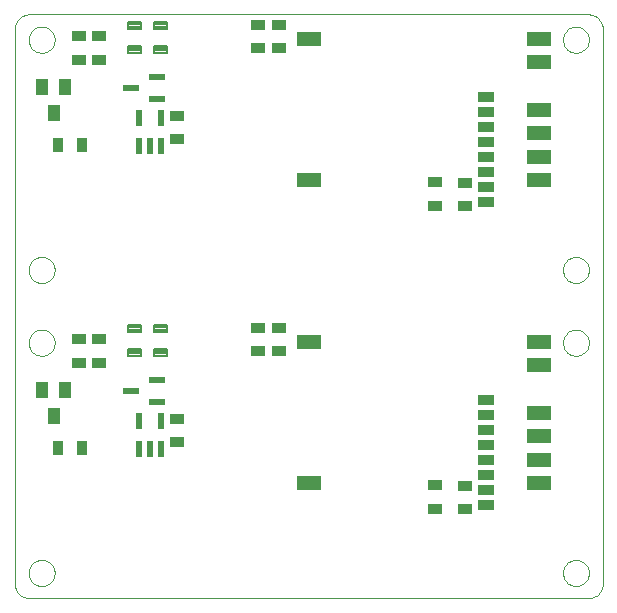
<source format=gbp>
G75*
%MOIN*%
%OFA0B0*%
%FSLAX24Y24*%
%IPPOS*%
%LPD*%
%AMOC8*
5,1,8,0,0,1.08239X$1,22.5*
%
%ADD10C,0.0000*%
%ADD11R,0.0512X0.0355*%
%ADD12R,0.0787X0.0500*%
%ADD13R,0.0220X0.0520*%
%ADD14R,0.0520X0.0220*%
%ADD15R,0.0551X0.0354*%
%ADD16R,0.0394X0.0551*%
%ADD17R,0.0355X0.0512*%
%ADD18C,0.0079*%
D10*
X005610Y001350D02*
X005610Y019820D01*
X005612Y019864D01*
X005618Y019907D01*
X005627Y019949D01*
X005640Y019991D01*
X005657Y020031D01*
X005677Y020070D01*
X005700Y020107D01*
X005727Y020141D01*
X005756Y020174D01*
X005789Y020203D01*
X005823Y020230D01*
X005860Y020253D01*
X005899Y020273D01*
X005939Y020290D01*
X005981Y020303D01*
X006023Y020312D01*
X006066Y020318D01*
X006110Y020320D01*
X024716Y020320D01*
X024760Y020318D01*
X024803Y020312D01*
X024845Y020303D01*
X024887Y020290D01*
X024927Y020273D01*
X024966Y020253D01*
X025003Y020230D01*
X025037Y020203D01*
X025070Y020174D01*
X025099Y020141D01*
X025126Y020107D01*
X025149Y020070D01*
X025169Y020031D01*
X025186Y019991D01*
X025199Y019949D01*
X025208Y019907D01*
X025214Y019864D01*
X025216Y019820D01*
X025216Y001350D01*
X025214Y001306D01*
X025208Y001263D01*
X025199Y001221D01*
X025186Y001179D01*
X025169Y001139D01*
X025149Y001100D01*
X025126Y001063D01*
X025099Y001029D01*
X025070Y000996D01*
X025037Y000967D01*
X025003Y000940D01*
X024966Y000917D01*
X024927Y000897D01*
X024887Y000880D01*
X024845Y000867D01*
X024803Y000858D01*
X024760Y000852D01*
X024716Y000850D01*
X006110Y000850D01*
X006066Y000852D01*
X006023Y000858D01*
X005981Y000867D01*
X005939Y000880D01*
X005899Y000897D01*
X005860Y000917D01*
X005823Y000940D01*
X005789Y000967D01*
X005756Y000996D01*
X005727Y001029D01*
X005700Y001063D01*
X005677Y001100D01*
X005657Y001139D01*
X005640Y001179D01*
X005627Y001221D01*
X005618Y001263D01*
X005612Y001306D01*
X005610Y001350D01*
X006075Y001698D02*
X006077Y001739D01*
X006083Y001780D01*
X006093Y001820D01*
X006106Y001859D01*
X006123Y001896D01*
X006144Y001932D01*
X006168Y001966D01*
X006195Y001997D01*
X006224Y002025D01*
X006257Y002051D01*
X006291Y002073D01*
X006328Y002092D01*
X006366Y002107D01*
X006406Y002119D01*
X006446Y002127D01*
X006487Y002131D01*
X006529Y002131D01*
X006570Y002127D01*
X006610Y002119D01*
X006650Y002107D01*
X006688Y002092D01*
X006724Y002073D01*
X006759Y002051D01*
X006792Y002025D01*
X006821Y001997D01*
X006848Y001966D01*
X006872Y001932D01*
X006893Y001896D01*
X006910Y001859D01*
X006923Y001820D01*
X006933Y001780D01*
X006939Y001739D01*
X006941Y001698D01*
X006939Y001657D01*
X006933Y001616D01*
X006923Y001576D01*
X006910Y001537D01*
X006893Y001500D01*
X006872Y001464D01*
X006848Y001430D01*
X006821Y001399D01*
X006792Y001371D01*
X006759Y001345D01*
X006725Y001323D01*
X006688Y001304D01*
X006650Y001289D01*
X006610Y001277D01*
X006570Y001269D01*
X006529Y001265D01*
X006487Y001265D01*
X006446Y001269D01*
X006406Y001277D01*
X006366Y001289D01*
X006328Y001304D01*
X006292Y001323D01*
X006257Y001345D01*
X006224Y001371D01*
X006195Y001399D01*
X006168Y001430D01*
X006144Y001464D01*
X006123Y001500D01*
X006106Y001537D01*
X006093Y001576D01*
X006083Y001616D01*
X006077Y001657D01*
X006075Y001698D01*
X006075Y009372D02*
X006077Y009413D01*
X006083Y009454D01*
X006093Y009494D01*
X006106Y009533D01*
X006123Y009570D01*
X006144Y009606D01*
X006168Y009640D01*
X006195Y009671D01*
X006224Y009699D01*
X006257Y009725D01*
X006291Y009747D01*
X006328Y009766D01*
X006366Y009781D01*
X006406Y009793D01*
X006446Y009801D01*
X006487Y009805D01*
X006529Y009805D01*
X006570Y009801D01*
X006610Y009793D01*
X006650Y009781D01*
X006688Y009766D01*
X006724Y009747D01*
X006759Y009725D01*
X006792Y009699D01*
X006821Y009671D01*
X006848Y009640D01*
X006872Y009606D01*
X006893Y009570D01*
X006910Y009533D01*
X006923Y009494D01*
X006933Y009454D01*
X006939Y009413D01*
X006941Y009372D01*
X006939Y009331D01*
X006933Y009290D01*
X006923Y009250D01*
X006910Y009211D01*
X006893Y009174D01*
X006872Y009138D01*
X006848Y009104D01*
X006821Y009073D01*
X006792Y009045D01*
X006759Y009019D01*
X006725Y008997D01*
X006688Y008978D01*
X006650Y008963D01*
X006610Y008951D01*
X006570Y008943D01*
X006529Y008939D01*
X006487Y008939D01*
X006446Y008943D01*
X006406Y008951D01*
X006366Y008963D01*
X006328Y008978D01*
X006292Y008997D01*
X006257Y009019D01*
X006224Y009045D01*
X006195Y009073D01*
X006168Y009104D01*
X006144Y009138D01*
X006123Y009174D01*
X006106Y009211D01*
X006093Y009250D01*
X006083Y009290D01*
X006077Y009331D01*
X006075Y009372D01*
X006075Y011798D02*
X006077Y011839D01*
X006083Y011880D01*
X006093Y011920D01*
X006106Y011959D01*
X006123Y011996D01*
X006144Y012032D01*
X006168Y012066D01*
X006195Y012097D01*
X006224Y012125D01*
X006257Y012151D01*
X006291Y012173D01*
X006328Y012192D01*
X006366Y012207D01*
X006406Y012219D01*
X006446Y012227D01*
X006487Y012231D01*
X006529Y012231D01*
X006570Y012227D01*
X006610Y012219D01*
X006650Y012207D01*
X006688Y012192D01*
X006724Y012173D01*
X006759Y012151D01*
X006792Y012125D01*
X006821Y012097D01*
X006848Y012066D01*
X006872Y012032D01*
X006893Y011996D01*
X006910Y011959D01*
X006923Y011920D01*
X006933Y011880D01*
X006939Y011839D01*
X006941Y011798D01*
X006939Y011757D01*
X006933Y011716D01*
X006923Y011676D01*
X006910Y011637D01*
X006893Y011600D01*
X006872Y011564D01*
X006848Y011530D01*
X006821Y011499D01*
X006792Y011471D01*
X006759Y011445D01*
X006725Y011423D01*
X006688Y011404D01*
X006650Y011389D01*
X006610Y011377D01*
X006570Y011369D01*
X006529Y011365D01*
X006487Y011365D01*
X006446Y011369D01*
X006406Y011377D01*
X006366Y011389D01*
X006328Y011404D01*
X006292Y011423D01*
X006257Y011445D01*
X006224Y011471D01*
X006195Y011499D01*
X006168Y011530D01*
X006144Y011564D01*
X006123Y011600D01*
X006106Y011637D01*
X006093Y011676D01*
X006083Y011716D01*
X006077Y011757D01*
X006075Y011798D01*
X006075Y019472D02*
X006077Y019513D01*
X006083Y019554D01*
X006093Y019594D01*
X006106Y019633D01*
X006123Y019670D01*
X006144Y019706D01*
X006168Y019740D01*
X006195Y019771D01*
X006224Y019799D01*
X006257Y019825D01*
X006291Y019847D01*
X006328Y019866D01*
X006366Y019881D01*
X006406Y019893D01*
X006446Y019901D01*
X006487Y019905D01*
X006529Y019905D01*
X006570Y019901D01*
X006610Y019893D01*
X006650Y019881D01*
X006688Y019866D01*
X006724Y019847D01*
X006759Y019825D01*
X006792Y019799D01*
X006821Y019771D01*
X006848Y019740D01*
X006872Y019706D01*
X006893Y019670D01*
X006910Y019633D01*
X006923Y019594D01*
X006933Y019554D01*
X006939Y019513D01*
X006941Y019472D01*
X006939Y019431D01*
X006933Y019390D01*
X006923Y019350D01*
X006910Y019311D01*
X006893Y019274D01*
X006872Y019238D01*
X006848Y019204D01*
X006821Y019173D01*
X006792Y019145D01*
X006759Y019119D01*
X006725Y019097D01*
X006688Y019078D01*
X006650Y019063D01*
X006610Y019051D01*
X006570Y019043D01*
X006529Y019039D01*
X006487Y019039D01*
X006446Y019043D01*
X006406Y019051D01*
X006366Y019063D01*
X006328Y019078D01*
X006292Y019097D01*
X006257Y019119D01*
X006224Y019145D01*
X006195Y019173D01*
X006168Y019204D01*
X006144Y019238D01*
X006123Y019274D01*
X006106Y019311D01*
X006093Y019350D01*
X006083Y019390D01*
X006077Y019431D01*
X006075Y019472D01*
X023885Y019472D02*
X023887Y019513D01*
X023893Y019554D01*
X023903Y019594D01*
X023916Y019633D01*
X023933Y019670D01*
X023954Y019706D01*
X023978Y019740D01*
X024005Y019771D01*
X024034Y019799D01*
X024067Y019825D01*
X024101Y019847D01*
X024138Y019866D01*
X024176Y019881D01*
X024216Y019893D01*
X024256Y019901D01*
X024297Y019905D01*
X024339Y019905D01*
X024380Y019901D01*
X024420Y019893D01*
X024460Y019881D01*
X024498Y019866D01*
X024534Y019847D01*
X024569Y019825D01*
X024602Y019799D01*
X024631Y019771D01*
X024658Y019740D01*
X024682Y019706D01*
X024703Y019670D01*
X024720Y019633D01*
X024733Y019594D01*
X024743Y019554D01*
X024749Y019513D01*
X024751Y019472D01*
X024749Y019431D01*
X024743Y019390D01*
X024733Y019350D01*
X024720Y019311D01*
X024703Y019274D01*
X024682Y019238D01*
X024658Y019204D01*
X024631Y019173D01*
X024602Y019145D01*
X024569Y019119D01*
X024535Y019097D01*
X024498Y019078D01*
X024460Y019063D01*
X024420Y019051D01*
X024380Y019043D01*
X024339Y019039D01*
X024297Y019039D01*
X024256Y019043D01*
X024216Y019051D01*
X024176Y019063D01*
X024138Y019078D01*
X024102Y019097D01*
X024067Y019119D01*
X024034Y019145D01*
X024005Y019173D01*
X023978Y019204D01*
X023954Y019238D01*
X023933Y019274D01*
X023916Y019311D01*
X023903Y019350D01*
X023893Y019390D01*
X023887Y019431D01*
X023885Y019472D01*
X023885Y011798D02*
X023887Y011839D01*
X023893Y011880D01*
X023903Y011920D01*
X023916Y011959D01*
X023933Y011996D01*
X023954Y012032D01*
X023978Y012066D01*
X024005Y012097D01*
X024034Y012125D01*
X024067Y012151D01*
X024101Y012173D01*
X024138Y012192D01*
X024176Y012207D01*
X024216Y012219D01*
X024256Y012227D01*
X024297Y012231D01*
X024339Y012231D01*
X024380Y012227D01*
X024420Y012219D01*
X024460Y012207D01*
X024498Y012192D01*
X024534Y012173D01*
X024569Y012151D01*
X024602Y012125D01*
X024631Y012097D01*
X024658Y012066D01*
X024682Y012032D01*
X024703Y011996D01*
X024720Y011959D01*
X024733Y011920D01*
X024743Y011880D01*
X024749Y011839D01*
X024751Y011798D01*
X024749Y011757D01*
X024743Y011716D01*
X024733Y011676D01*
X024720Y011637D01*
X024703Y011600D01*
X024682Y011564D01*
X024658Y011530D01*
X024631Y011499D01*
X024602Y011471D01*
X024569Y011445D01*
X024535Y011423D01*
X024498Y011404D01*
X024460Y011389D01*
X024420Y011377D01*
X024380Y011369D01*
X024339Y011365D01*
X024297Y011365D01*
X024256Y011369D01*
X024216Y011377D01*
X024176Y011389D01*
X024138Y011404D01*
X024102Y011423D01*
X024067Y011445D01*
X024034Y011471D01*
X024005Y011499D01*
X023978Y011530D01*
X023954Y011564D01*
X023933Y011600D01*
X023916Y011637D01*
X023903Y011676D01*
X023893Y011716D01*
X023887Y011757D01*
X023885Y011798D01*
X023885Y009372D02*
X023887Y009413D01*
X023893Y009454D01*
X023903Y009494D01*
X023916Y009533D01*
X023933Y009570D01*
X023954Y009606D01*
X023978Y009640D01*
X024005Y009671D01*
X024034Y009699D01*
X024067Y009725D01*
X024101Y009747D01*
X024138Y009766D01*
X024176Y009781D01*
X024216Y009793D01*
X024256Y009801D01*
X024297Y009805D01*
X024339Y009805D01*
X024380Y009801D01*
X024420Y009793D01*
X024460Y009781D01*
X024498Y009766D01*
X024534Y009747D01*
X024569Y009725D01*
X024602Y009699D01*
X024631Y009671D01*
X024658Y009640D01*
X024682Y009606D01*
X024703Y009570D01*
X024720Y009533D01*
X024733Y009494D01*
X024743Y009454D01*
X024749Y009413D01*
X024751Y009372D01*
X024749Y009331D01*
X024743Y009290D01*
X024733Y009250D01*
X024720Y009211D01*
X024703Y009174D01*
X024682Y009138D01*
X024658Y009104D01*
X024631Y009073D01*
X024602Y009045D01*
X024569Y009019D01*
X024535Y008997D01*
X024498Y008978D01*
X024460Y008963D01*
X024420Y008951D01*
X024380Y008943D01*
X024339Y008939D01*
X024297Y008939D01*
X024256Y008943D01*
X024216Y008951D01*
X024176Y008963D01*
X024138Y008978D01*
X024102Y008997D01*
X024067Y009019D01*
X024034Y009045D01*
X024005Y009073D01*
X023978Y009104D01*
X023954Y009138D01*
X023933Y009174D01*
X023916Y009211D01*
X023903Y009250D01*
X023893Y009290D01*
X023887Y009331D01*
X023885Y009372D01*
X023885Y001698D02*
X023887Y001739D01*
X023893Y001780D01*
X023903Y001820D01*
X023916Y001859D01*
X023933Y001896D01*
X023954Y001932D01*
X023978Y001966D01*
X024005Y001997D01*
X024034Y002025D01*
X024067Y002051D01*
X024101Y002073D01*
X024138Y002092D01*
X024176Y002107D01*
X024216Y002119D01*
X024256Y002127D01*
X024297Y002131D01*
X024339Y002131D01*
X024380Y002127D01*
X024420Y002119D01*
X024460Y002107D01*
X024498Y002092D01*
X024534Y002073D01*
X024569Y002051D01*
X024602Y002025D01*
X024631Y001997D01*
X024658Y001966D01*
X024682Y001932D01*
X024703Y001896D01*
X024720Y001859D01*
X024733Y001820D01*
X024743Y001780D01*
X024749Y001739D01*
X024751Y001698D01*
X024749Y001657D01*
X024743Y001616D01*
X024733Y001576D01*
X024720Y001537D01*
X024703Y001500D01*
X024682Y001464D01*
X024658Y001430D01*
X024631Y001399D01*
X024602Y001371D01*
X024569Y001345D01*
X024535Y001323D01*
X024498Y001304D01*
X024460Y001289D01*
X024420Y001277D01*
X024380Y001269D01*
X024339Y001265D01*
X024297Y001265D01*
X024256Y001269D01*
X024216Y001277D01*
X024176Y001289D01*
X024138Y001304D01*
X024102Y001323D01*
X024067Y001345D01*
X024034Y001371D01*
X024005Y001399D01*
X023978Y001430D01*
X023954Y001464D01*
X023933Y001500D01*
X023916Y001537D01*
X023903Y001576D01*
X023893Y001616D01*
X023887Y001657D01*
X023885Y001698D01*
D11*
X020610Y003816D03*
X020610Y004604D03*
X019620Y004614D03*
X019620Y003826D03*
X014430Y009086D03*
X013720Y009086D03*
X013720Y009874D03*
X014430Y009874D03*
X011010Y006844D03*
X011010Y006056D03*
X008410Y008706D03*
X007760Y008706D03*
X007760Y009494D03*
X008410Y009494D03*
X011010Y016156D03*
X011010Y016944D03*
X008410Y018806D03*
X007760Y018806D03*
X007760Y019594D03*
X008410Y019594D03*
X013720Y019974D03*
X014430Y019974D03*
X014430Y019186D03*
X013720Y019186D03*
X019620Y014714D03*
X019620Y013926D03*
X020610Y013916D03*
X020610Y014704D03*
D12*
X023100Y014781D03*
X023100Y015569D03*
X023100Y016356D03*
X023100Y017144D03*
X023100Y018719D03*
X023100Y019506D03*
X015423Y019506D03*
X015423Y014781D03*
X015423Y009406D03*
X015423Y004681D03*
X023100Y004681D03*
X023100Y005469D03*
X023100Y006256D03*
X023100Y007044D03*
X023100Y008619D03*
X023100Y009406D03*
D13*
X010480Y006760D03*
X009740Y006760D03*
X009740Y005840D03*
X010110Y005840D03*
X010480Y005840D03*
X010480Y015940D03*
X010110Y015940D03*
X009740Y015940D03*
X009740Y016860D03*
X010480Y016860D03*
D14*
X010340Y017480D03*
X010340Y018220D03*
X009480Y017850D03*
X010340Y008120D03*
X010340Y007380D03*
X009480Y007750D03*
D15*
X021331Y007460D03*
X021331Y006960D03*
X021331Y006460D03*
X021331Y005960D03*
X021331Y005460D03*
X021331Y004960D03*
X021331Y004460D03*
X021331Y003960D03*
X021331Y014060D03*
X021331Y014560D03*
X021331Y015060D03*
X021331Y015560D03*
X021331Y016060D03*
X021331Y016560D03*
X021331Y017060D03*
X021331Y017560D03*
D16*
X007284Y017883D03*
X006536Y017883D03*
X006910Y017017D03*
X006536Y007783D03*
X007284Y007783D03*
X006910Y006917D03*
D17*
X007066Y005850D03*
X007854Y005850D03*
X007854Y015950D03*
X007066Y015950D03*
D18*
X009393Y019038D02*
X009393Y019274D01*
X009827Y019274D01*
X009827Y019038D01*
X009393Y019038D01*
X009393Y019116D02*
X009827Y019116D01*
X009827Y019194D02*
X009393Y019194D01*
X009393Y019272D02*
X009827Y019272D01*
X010243Y019274D02*
X010243Y019038D01*
X010243Y019274D02*
X010677Y019274D01*
X010677Y019038D01*
X010243Y019038D01*
X010243Y019116D02*
X010677Y019116D01*
X010677Y019194D02*
X010243Y019194D01*
X010243Y019272D02*
X010677Y019272D01*
X010243Y019826D02*
X010243Y020062D01*
X010677Y020062D01*
X010677Y019826D01*
X010243Y019826D01*
X010243Y019904D02*
X010677Y019904D01*
X010677Y019982D02*
X010243Y019982D01*
X010243Y020060D02*
X010677Y020060D01*
X009393Y020062D02*
X009393Y019826D01*
X009393Y020062D02*
X009827Y020062D01*
X009827Y019826D01*
X009393Y019826D01*
X009393Y019904D02*
X009827Y019904D01*
X009827Y019982D02*
X009393Y019982D01*
X009393Y020060D02*
X009827Y020060D01*
X009393Y009962D02*
X009393Y009726D01*
X009393Y009962D02*
X009827Y009962D01*
X009827Y009726D01*
X009393Y009726D01*
X009393Y009804D02*
X009827Y009804D01*
X009827Y009882D02*
X009393Y009882D01*
X009393Y009960D02*
X009827Y009960D01*
X010243Y009962D02*
X010243Y009726D01*
X010243Y009962D02*
X010677Y009962D01*
X010677Y009726D01*
X010243Y009726D01*
X010243Y009804D02*
X010677Y009804D01*
X010677Y009882D02*
X010243Y009882D01*
X010243Y009960D02*
X010677Y009960D01*
X010243Y009174D02*
X010243Y008938D01*
X010243Y009174D02*
X010677Y009174D01*
X010677Y008938D01*
X010243Y008938D01*
X010243Y009016D02*
X010677Y009016D01*
X010677Y009094D02*
X010243Y009094D01*
X010243Y009172D02*
X010677Y009172D01*
X009393Y009174D02*
X009393Y008938D01*
X009393Y009174D02*
X009827Y009174D01*
X009827Y008938D01*
X009393Y008938D01*
X009393Y009016D02*
X009827Y009016D01*
X009827Y009094D02*
X009393Y009094D01*
X009393Y009172D02*
X009827Y009172D01*
M02*

</source>
